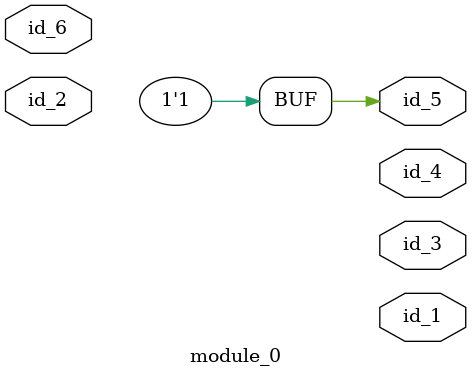
<source format=v>
`timescale 1 ps / 1ps
module module_0 (
    id_1,
    id_2,
    id_3,
    id_4,
    id_5,
    id_6
);
  inout id_6;
  output id_5;
  output id_4;
  output id_3;
  input id_2;
  output id_1;
  assign id_5 = 1;
endmodule

</source>
